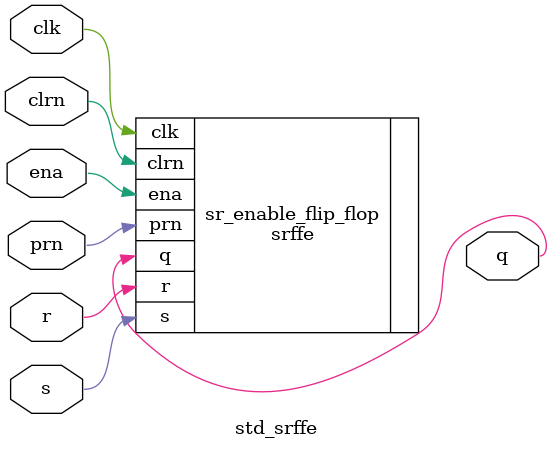
<source format=sv>
module std_srffe
(
	input s,
	input r,
	input clk,
	input clrn,
	input prn,
	input ena,
	output logic q
);

`ifdef NO_PRIMITIVES

	// In Altera devices, register signals have a set priority.
	// The HDL design should reflect this priority.
	always_ff @(negedge clrn, negedge prn, posedge clk) begin : sr_enable_flip_flop
		// The asynchronous reset signal has highest priority
		if (~clrn) begin
			q <= 1'b0;
		end else if (~prn) begin
			q <= 1'b1;
		end else if(ena) begin
			if(r) begin
				q <= 1'b0;
			end else if(s) begin
				q <= 1'b1;
			end
		end
	end : sr_enable_flip_flop
	
`else
	
	srffe sr_enable_flip_flop (
		.s(s), 
		.r(r), 
		.clk(clk), 
		.clrn(clrn), 
		.prn(prn),
		.ena(ena),
		.q(q)
	);
	
`endif

endmodule: std_srffe
</source>
